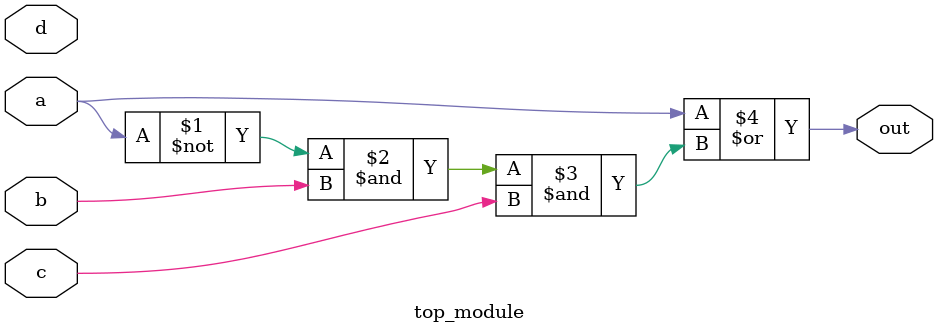
<source format=v>
module top_module(
    input a,
    input b,
    input c,
    input d,
    output out  ); 
	//SOP
	assign out = a | (~a & b & c);
	
	//POS
	// assign out = (a | c) & (a | b | ~c);
endmodule

</source>
